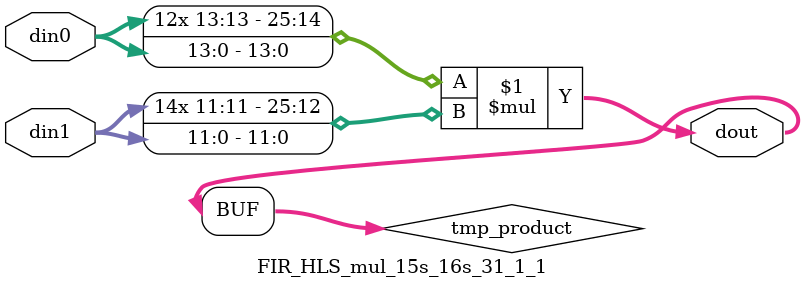
<source format=v>

`timescale 1 ns / 1 ps

 module FIR_HLS_mul_15s_16s_31_1_1(din0, din1, dout);
parameter ID = 1;
parameter NUM_STAGE = 0;
parameter din0_WIDTH = 14;
parameter din1_WIDTH = 12;
parameter dout_WIDTH = 26;

input [din0_WIDTH - 1 : 0] din0; 
input [din1_WIDTH - 1 : 0] din1; 
output [dout_WIDTH - 1 : 0] dout;

wire signed [dout_WIDTH - 1 : 0] tmp_product;



























assign tmp_product = $signed(din0) * $signed(din1);








assign dout = tmp_product;





















endmodule

</source>
